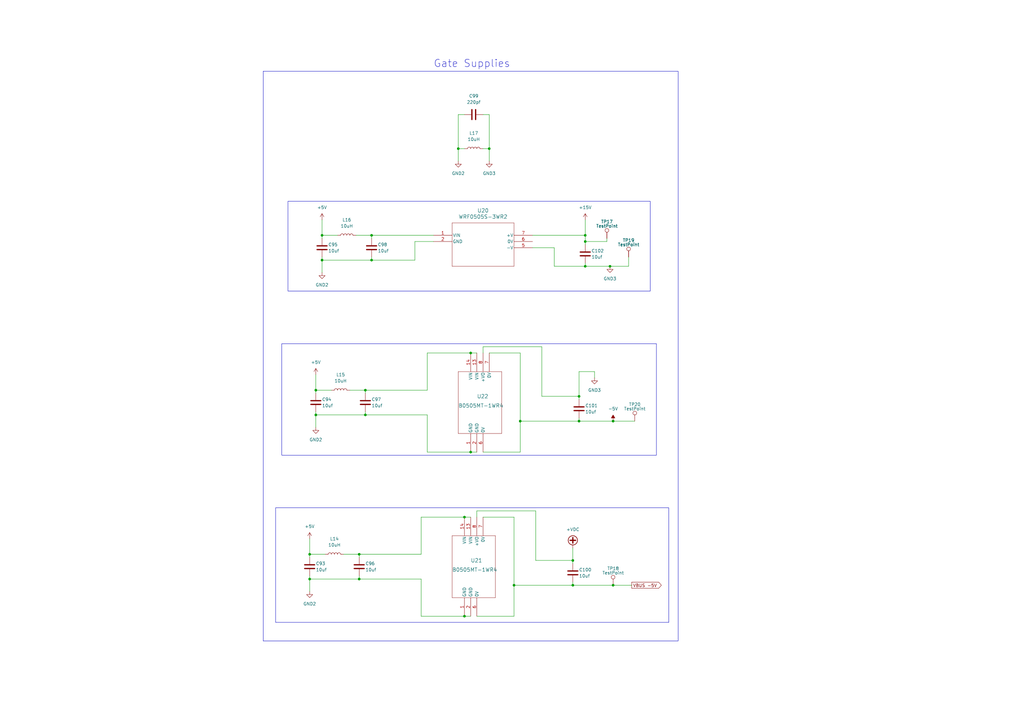
<source format=kicad_sch>
(kicad_sch (version 20231120) (generator "eeschema") (generator_version "8.0")
  (paper "A3")
  (lib_symbols
    (symbol "B0505MT:B0505MT-1WR4" (pin_names (offset 0.254))
      (property "Reference" "U" (at 20.32 10.16 0))
      (property "Value" "B0505MT-1WR4" (at 20.32 7.62 0))
      (symbol "B0505MT-1WR4_0_1"
        (polyline (pts (xy 7.62 -12.7) (xy 33.02 -12.7)) (stroke (width 0.127)))
        (polyline (pts (xy 7.62 5.08) (xy 7.62 -12.7)) (stroke (width 0.127)))
        (polyline (pts (xy 33.02 -12.7) (xy 33.02 5.08)) (stroke (width 0.127)))
        (polyline (pts (xy 33.02 5.08) (xy 7.62 5.08)) (stroke (width 0.127)))
        (pin power_out line (at 0 0 0) (length 7.62) (name "GND") (number "1"))
        (pin power_in line (at 40.64 -2.54 180) (length 7.62) (name "VIN") (number "13"))
        (pin power_in line (at 40.64 0 180) (length 7.62) (name "VIN") (number "14"))
        (pin power_out line (at 0 -2.54 0) (length 7.62) (name "GND") (number "2"))
        (pin bidirectional line (at 0 -5.08 0) (length 7.62) (name "0V") (number "6"))
        (pin bidirectional line (at 40.64 -7.62 180) (length 7.62) (name "0V") (number "7"))
        (pin power_in line (at 40.64 -5.08 180) (length 7.62) (name "+VO") (number "8"))
      )
    )
    (symbol "Connector:TestPoint" (pin_numbers hide) (pin_names (offset 0.762) hide)
      (property "Reference" "TP" (at 0 6.858 0))
      (property "Value" "TestPoint" (at 0 5.08 0))
      (symbol "TestPoint_0_1"
        (circle (center 0 3.302) (radius 0.762))
      )
      (symbol "TestPoint_1_1"
        (pin passive line (at 0 0 90) (length 2.54) (name "1") (number "1"))
      )
    )
    (symbol "Device:C" (pin_numbers hide) (pin_names (offset 0.254))
      (property "Reference" "C" (at 0.635 2.54 0))
      (property "Value" "C" (at 0.635 -2.54 0))
      (symbol "C_0_1"
        (polyline (pts (xy -2.032 -0.762) (xy 2.032 -0.762)) (stroke (width 0.508)))
        (polyline (pts (xy -2.032 0.762) (xy 2.032 0.762)) (stroke (width 0.508)))
      )
      (symbol "C_1_1"
        (pin passive line (at 0 3.81 270) (length 2.794) (name "~") (number "1"))
        (pin passive line (at 0 -3.81 90) (length 2.794) (name "~") (number "2"))
      )
    )
    (symbol "Device:L" (pin_numbers hide) (pin_names (offset 1.016) hide)
      (property "Reference" "L" (at -1.27 0 90))
      (property "Value" "L" (at 1.905 0 90))
      (symbol "L_0_1"
        (arc (start 0 -2.54) (mid 0.6323 -1.905) (end 0 -1.27))
        (arc (start 0 -1.27) (mid 0.6323 -0.635) (end 0 0))
        (arc (start 0 0) (mid 0.6323 0.635) (end 0 1.27))
        (arc (start 0 1.27) (mid 0.6323 1.905) (end 0 2.54))
      )
      (symbol "L_1_1"
        (pin passive line (at 0 3.81 270) (length 1.27) (name "1") (number "1"))
        (pin passive line (at 0 -3.81 90) (length 1.27) (name "2") (number "2"))
      )
    )
    (symbol "F0505S DC-DC:F0505S" (pin_names (offset 0.254))
      (property "Reference" "U7" (at 20.32 10.16 0))
      (property "Value" "WRF0505S-3WR2" (at 20.32 7.62 0))
      (symbol "F0505S_0_1"
        (polyline (pts (xy 7.62 -12.7) (xy 33.02 -12.7)) (stroke (width 0.127)))
        (polyline (pts (xy 7.62 5.08) (xy 7.62 -12.7)) (stroke (width 0.127)))
        (polyline (pts (xy 33.02 -12.7) (xy 33.02 5.08)) (stroke (width 0.127)))
        (polyline (pts (xy 33.02 5.08) (xy 7.62 5.08)) (stroke (width 0.127)))
      )
      (symbol "F0505S_1_1"
        (pin power_in line (at 0 0 0) (length 7.62) (name "VIN") (number "1"))
        (pin power_in line (at 0 -2.54 0) (length 7.62) (name "GND") (number "2"))
        (pin power_out line (at 40.64 -5.08 180) (length 7.62) (name "-V") (number "5"))
        (pin power_out line (at 40.64 -2.54 180) (length 7.62) (name "0V") (number "6"))
        (pin power_out line (at 40.64 0 180) (length 7.62) (name "+V") (number "7"))
      )
    )
    (symbol "power:+15V" (power) (pin_names (offset 0))
      (property "Value" "+15V" (at 0 3.556 0))
      (symbol "+15V_0_1"
        (polyline (pts (xy -0.762 1.27) (xy 0 2.54)))
        (polyline (pts (xy 0 0) (xy 0 2.54)))
        (polyline (pts (xy 0 2.54) (xy 0.762 1.27)))
      )
      (symbol "+15V_1_1"
        (pin power_in line (at 0 0 90) (length 0) hide (name "+15V") (number "1"))
      )
    )
    (symbol "power:+5V" (power) (pin_names (offset 0))
      (property "Value" "+5V" (at 0 3.556 0))
      (symbol "+5V_0_1"
        (polyline (pts (xy -0.762 1.27) (xy 0 2.54)))
        (polyline (pts (xy 0 0) (xy 0 2.54)))
        (polyline (pts (xy 0 2.54) (xy 0.762 1.27)))
      )
      (symbol "+5V_1_1"
        (pin power_in line (at 0 0 90) (length 0) hide (name "+5V") (number "1"))
      )
    )
    (symbol "power:+VDC" (power) (pin_names (offset 0))
      (property "Value" "+VDC" (at 0 6.35 0))
      (symbol "+VDC_0_1"
        (polyline (pts (xy -1.143 3.175) (xy 1.143 3.175)) (stroke (width 0.508)))
        (polyline (pts (xy 0 0) (xy 0 1.27)))
        (polyline (pts (xy 0 2.032) (xy 0 4.318)) (stroke (width 0.508)))
        (circle (center 0 3.175) (radius 1.905) (stroke (width 0.254)))
      )
      (symbol "+VDC_1_1"
        (pin power_in line (at 0 0 90) (length 0) hide (name "+VDC") (number "1"))
      )
    )
    (symbol "power:-5V" (power) (pin_names (offset 0))
      (property "Value" "-5V" (at 0 3.81 0))
      (symbol "-5V_0_0"
        (pin power_in line (at 0 0 90) (length 0) hide (name "-5V") (number "1"))
      )
      (symbol "-5V_0_1"
        (polyline (pts (xy 0 0) (xy 0 1.27) (xy 0.762 1.27) (xy 0 2.54) (xy -0.762 1.27) (xy 0 1.27)) (fill (type outline)))
      )
    )
    (symbol "power:GND2" (power) (pin_names (offset 0))
      (property "Value" "GND2" (at 0 -3.81 0))
      (symbol "GND2_0_1"
        (polyline (pts (xy 0 0) (xy 0 -1.27) (xy 1.27 -1.27) (xy 0 -2.54) (xy -1.27 -1.27) (xy 0 -1.27)))
      )
      (symbol "GND2_1_1"
        (pin power_in line (at 0 0 270) (length 0) hide (name "GND2") (number "1"))
      )
    )
    (symbol "power:GND3" (power) (pin_names (offset 0))
      (property "Value" "GND3" (at 0 -3.81 0))
      (symbol "GND3_0_1"
        (polyline (pts (xy 0 0) (xy 0 -1.27) (xy 1.27 -1.27) (xy 0 -2.54) (xy -1.27 -1.27) (xy 0 -1.27)))
      )
      (symbol "GND3_1_1"
        (pin power_in line (at 0 0 270) (length 0) hide (name "GND3") (number "1"))
      )
    )
  )
  (junction (at 152.4 106.68))
  (junction (at 149.86 170.18))
  (junction (at 129.54 170.18))
  (junction (at 187.96 60.96))
  (junction (at 193.04 144.78))
  (junction (at 190.5 252.73))
  (junction (at 132.08 96.52))
  (junction (at 240.03 109.22))
  (junction (at 152.4 96.52))
  (junction (at 237.49 172.72))
  (junction (at 132.08 106.68))
  (junction (at 240.03 96.52))
  (junction (at 250.19 109.22))
  (junction (at 251.46 172.72))
  (junction (at 127 227.33))
  (junction (at 210.82 240.03))
  (junction (at 251.46 240.03))
  (junction (at 240.03 99.06))
  (junction (at 190.5 212.09))
  (junction (at 234.95 240.03))
  (junction (at 147.32 237.49))
  (junction (at 129.54 160.02))
  (junction (at 193.04 185.42))
  (junction (at 200.66 60.96))
  (junction (at 237.49 162.56))
  (junction (at 234.95 229.87))
  (junction (at 213.36 172.72))
  (junction (at 149.86 160.02))
  (junction (at 127 237.49))
  (junction (at 147.32 227.33))
  (wire (pts (xy 227.33 109.22) (xy 240.03 109.22)))
  (wire (pts (xy 152.4 105.41) (xy 152.4 106.68)))
  (wire (pts (xy 129.54 160.02) (xy 129.54 153.67)))
  (wire (pts (xy 237.49 152.4) (xy 237.49 162.56)))
  (wire (pts (xy 143.51 160.02) (xy 149.86 160.02)))
  (wire (pts (xy 129.54 175.26) (xy 129.54 170.18)))
  (wire (pts (xy 193.04 144.78) (xy 195.58 144.78)))
  (wire (pts (xy 175.26 185.42) (xy 193.04 185.42)))
  (wire (pts (xy 234.95 238.76) (xy 234.95 240.03)))
  (wire (pts (xy 152.4 96.52) (xy 152.4 97.79)))
  (wire (pts (xy 195.58 252.73) (xy 210.82 252.73)))
  (wire (pts (xy 127 227.33) (xy 133.35 227.33)))
  (wire (pts (xy 257.81 105.41) (xy 257.81 109.22)))
  (wire (pts (xy 146.05 96.52) (xy 152.4 96.52)))
  (wire (pts (xy 219.71 209.55) (xy 195.58 209.55)))
  (wire (pts (xy 190.5 46.99) (xy 187.96 46.99)))
  (wire (pts (xy 190.5 252.73) (xy 193.04 252.73)))
  (wire (pts (xy 187.96 46.99) (xy 187.96 60.96)))
  (wire (pts (xy 222.25 162.56) (xy 222.25 142.24)))
  (wire (pts (xy 222.25 142.24) (xy 198.12 142.24)))
  (wire (pts (xy 152.4 96.52) (xy 177.8 96.52)))
  (wire (pts (xy 132.08 105.41) (xy 132.08 106.68)))
  (wire (pts (xy 132.08 96.52) (xy 138.43 96.52)))
  (wire (pts (xy 222.25 162.56) (xy 237.49 162.56)))
  (wire (pts (xy 127 236.22) (xy 127 237.49)))
  (wire (pts (xy 200.66 144.78) (xy 213.36 144.78)))
  (wire (pts (xy 213.36 144.78) (xy 213.36 172.72)))
  (wire (pts (xy 149.86 160.02) (xy 149.86 161.29)))
  (wire (pts (xy 218.44 96.52) (xy 240.03 96.52)))
  (wire (pts (xy 170.18 99.06) (xy 170.18 106.68)))
  (wire (pts (xy 147.32 236.22) (xy 147.32 237.49)))
  (wire (pts (xy 200.66 60.96) (xy 198.12 60.96)))
  (wire (pts (xy 237.49 172.72) (xy 251.46 172.72)))
  (wire (pts (xy 187.96 66.04) (xy 187.96 60.96)))
  (wire (pts (xy 129.54 160.02) (xy 129.54 161.29)))
  (wire (pts (xy 129.54 168.91) (xy 129.54 170.18)))
  (wire (pts (xy 127 227.33) (xy 127 228.6)))
  (wire (pts (xy 213.36 172.72) (xy 213.36 185.42)))
  (wire (pts (xy 218.44 101.6) (xy 227.33 101.6)))
  (wire (pts (xy 198.12 212.09) (xy 210.82 212.09)))
  (wire (pts (xy 240.03 99.06) (xy 240.03 100.33)))
  (wire (pts (xy 234.95 240.03) (xy 251.46 240.03)))
  (wire (pts (xy 200.66 66.04) (xy 200.66 60.96)))
  (wire (pts (xy 132.08 111.76) (xy 132.08 106.68)))
  (wire (pts (xy 251.46 240.03) (xy 259.08 240.03)))
  (wire (pts (xy 172.72 252.73) (xy 190.5 252.73)))
  (wire (pts (xy 127 237.49) (xy 147.32 237.49)))
  (wire (pts (xy 240.03 90.17) (xy 240.03 96.52)))
  (wire (pts (xy 149.86 170.18) (xy 175.26 170.18)))
  (wire (pts (xy 190.5 212.09) (xy 193.04 212.09)))
  (wire (pts (xy 234.95 224.79) (xy 234.95 229.87)))
  (wire (pts (xy 149.86 160.02) (xy 175.26 160.02)))
  (wire (pts (xy 198.12 185.42) (xy 213.36 185.42)))
  (wire (pts (xy 127 242.57) (xy 127 237.49)))
  (wire (pts (xy 210.82 240.03) (xy 234.95 240.03)))
  (wire (pts (xy 147.32 237.49) (xy 172.72 237.49)))
  (wire (pts (xy 219.71 229.87) (xy 219.71 209.55)))
  (wire (pts (xy 237.49 171.45) (xy 237.49 172.72)))
  (wire (pts (xy 127 227.33) (xy 127 220.98)))
  (wire (pts (xy 240.03 107.95) (xy 240.03 109.22)))
  (wire (pts (xy 243.84 152.4) (xy 237.49 152.4)))
  (wire (pts (xy 240.03 96.52) (xy 240.03 99.06)))
  (wire (pts (xy 132.08 96.52) (xy 132.08 97.79)))
  (wire (pts (xy 175.26 160.02) (xy 175.26 144.78)))
  (wire (pts (xy 172.72 227.33) (xy 172.72 212.09)))
  (wire (pts (xy 170.18 99.06) (xy 177.8 99.06)))
  (wire (pts (xy 149.86 168.91) (xy 149.86 170.18)))
  (wire (pts (xy 219.71 229.87) (xy 234.95 229.87)))
  (wire (pts (xy 198.12 142.24) (xy 198.12 144.78)))
  (wire (pts (xy 200.66 46.99) (xy 200.66 60.96)))
  (wire (pts (xy 175.26 170.18) (xy 175.26 185.42)))
  (wire (pts (xy 152.4 106.68) (xy 170.18 106.68)))
  (wire (pts (xy 147.32 227.33) (xy 147.32 228.6)))
  (wire (pts (xy 147.32 227.33) (xy 172.72 227.33)))
  (wire (pts (xy 213.36 172.72) (xy 237.49 172.72)))
  (wire (pts (xy 195.58 209.55) (xy 195.58 212.09)))
  (wire (pts (xy 175.26 144.78) (xy 193.04 144.78)))
  (wire (pts (xy 227.33 109.22) (xy 227.33 101.6)))
  (wire (pts (xy 132.08 106.68) (xy 152.4 106.68)))
  (wire (pts (xy 243.84 154.94) (xy 243.84 152.4)))
  (wire (pts (xy 132.08 96.52) (xy 132.08 90.17)))
  (wire (pts (xy 240.03 109.22) (xy 250.19 109.22)))
  (wire (pts (xy 140.97 227.33) (xy 147.32 227.33)))
  (wire (pts (xy 198.12 46.99) (xy 200.66 46.99)))
  (wire (pts (xy 172.72 237.49) (xy 172.72 252.73)))
  (wire (pts (xy 251.46 172.72) (xy 260.35 172.72)))
  (wire (pts (xy 193.04 185.42) (xy 195.58 185.42)))
  (wire (pts (xy 237.49 162.56) (xy 237.49 163.83)))
  (wire (pts (xy 257.81 109.22) (xy 250.19 109.22)))
  (wire (pts (xy 210.82 212.09) (xy 210.82 240.03)))
  (wire (pts (xy 210.82 240.03) (xy 210.82 252.73)))
  (wire (pts (xy 172.72 212.09) (xy 190.5 212.09)))
  (wire (pts (xy 129.54 170.18) (xy 149.86 170.18)))
  (wire (pts (xy 248.92 99.06) (xy 240.03 99.06)))
  (wire (pts (xy 187.96 60.96) (xy 190.5 60.96)))
  (wire (pts (xy 234.95 229.87) (xy 234.95 231.14)))
  (wire (pts (xy 248.92 97.79) (xy 248.92 99.06)))
  (wire (pts (xy 129.54 160.02) (xy 135.89 160.02)))
  (rectangle (start 118.11 82.55) (end 266.7 119.38))
  (rectangle (start 113.03 208.28) (end 274.32 255.27))
  (rectangle (start 115.57 140.97) (end 269.24 186.69))
  (rectangle (start 107.95 29.21) (end 278.13 262.89))
  (text "Gate Supplies" (at 177.8 27.94 0) (effects (font (size 3 3)) (justify left bottom)))
  (global_label "VBUS -5V" (shape output) (at 259.08 240.03 0) (property "Intersheetrefs" "${INTERSHEET_REFS}" (effects (hide yes))))
  (symbol (lib_id "Connector:TestPoint") (at 257.81 105.41 0) (unit 1)
    (property "Reference" "TP19" (at 257.81 98.552 0))
    (property "Value" "TestPoint" (at 257.81 100.33 0))
    (property "Footprint" "footprints:TestPoint_Pad_3.1x1.6mm" (effects (hide yes)))
  )
  (symbol (lib_id "power:GND2") (at 132.08 111.76 0) (unit 1)
    (property "Reference" "#PWR0112" (effects (hide yes)))
    (property "Value" "GND2" (at 132.08 116.84 0))
  )
  (symbol (lib_id "power:+VDC") (at 234.95 224.79 0) (unit 1)
    (property "Reference" "#PWR0115" (effects (hide yes)))
    (property "Value" "+VDC" (at 234.95 217.17 0))
  )
  (symbol (lib_id "power:GND3") (at 250.19 109.22 0) (unit 1)
    (property "Reference" "#PWR0118" (effects (hide yes)))
    (property "Value" "GND3" (at 250.19 114.3 0))
  )
  (symbol (lib_id "power:+15V") (at 240.03 90.17 0) (unit 1)
    (property "Reference" "#PWR0116" (effects (hide yes)))
    (property "Value" "+15V" (at 240.03 85.09 0))
  )
  (symbol (lib_id "Device:C") (at 240.03 104.14 0) (unit 1)
    (property "Reference" "C102" (at 242.57 102.87 0) (effects (justify left)))
    (property "Value" "10uf" (at 242.57 105.41 0) (effects (justify left)))
    (property "Footprint" "Capacitor_SMD:C_0805_2012Metric" (effects (hide yes)))
  )
  (symbol (lib_id "power:GND3") (at 200.66 66.04 0) (unit 1)
    (property "Reference" "#PWR0114" (effects (hide yes)))
    (property "Value" "GND3" (at 200.66 71.12 0))
  )
  (symbol (lib_id "Device:C") (at 237.49 167.64 0) (unit 1)
    (property "Reference" "C101" (at 240.03 166.37 0) (effects (justify left)))
    (property "Value" "10uf" (at 240.03 168.91 0) (effects (justify left)))
    (property "Footprint" "Capacitor_SMD:C_0805_2012Metric" (effects (hide yes)))
  )
  (symbol (lib_id "Connector:TestPoint") (at 251.46 240.03 0) (unit 1)
    (property "Reference" "TP18" (at 251.46 233.172 0))
    (property "Value" "TestPoint" (at 251.46 234.95 0))
    (property "Footprint" "footprints:TestPoint_Pad_3.1x1.6mm" (effects (hide yes)))
  )
  (symbol (lib_id "Device:C") (at 132.08 101.6 0) (unit 1)
    (property "Reference" "C95" (at 134.62 100.33 0) (effects (justify left)))
    (property "Value" "10uf" (at 134.62 102.87 0) (effects (justify left)))
    (property "Footprint" "Capacitor_SMD:C_0805_2012Metric" (effects (hide yes)))
  )
  (symbol (lib_id "Device:L") (at 139.7 160.02 90) (unit 1)
    (property "Reference" "L15" (at 139.7 153.67 90))
    (property "Value" "10uH" (at 139.7 156.21 90))
    (property "Footprint" "Inductor_SMD:L_1008_2520Metric" (effects (hide yes)))
  )
  (symbol (lib_id "Device:C") (at 234.95 234.95 0) (unit 1)
    (property "Reference" "C100" (at 237.49 233.68 0) (effects (justify left)))
    (property "Value" "10uf" (at 237.49 236.22 0) (effects (justify left)))
    (property "Footprint" "Capacitor_SMD:C_0805_2012Metric" (effects (hide yes)))
  )
  (symbol (lib_id "power:GND3") (at 243.84 154.94 0) (unit 1)
    (property "Reference" "#PWR0117" (effects (hide yes)))
    (property "Value" "GND3" (at 243.84 160.02 0))
  )
  (symbol (lib_id "power:GND2") (at 127 242.57 0) (unit 1)
    (property "Reference" "#PWR0108" (effects (hide yes)))
    (property "Value" "GND2" (at 127 247.65 0))
  )
  (symbol (lib_id "Connector:TestPoint") (at 260.35 172.72 0) (unit 1)
    (property "Reference" "TP20" (at 260.35 165.862 0))
    (property "Value" "TestPoint" (at 260.35 167.64 0))
    (property "Footprint" "footprints:TestPoint_Pad_3.1x1.6mm" (effects (hide yes)))
  )
  (symbol (lib_id "power:+5V") (at 127 220.98 0) (unit 1)
    (property "Reference" "#PWR0107" (effects (hide yes)))
    (property "Value" "+5V" (at 127 215.9 0))
  )
  (symbol (lib_id "Device:C") (at 194.31 46.99 270) (unit 1)
    (property "Reference" "C99" (at 194.31 39.37 90))
    (property "Value" "220pf" (at 194.31 41.91 90))
    (property "Footprint" "Capacitor_SMD:C_0603_1608Metric" (effects (hide yes)))
  )
  (symbol (lib_id "Device:L") (at 194.31 60.96 90) (unit 1)
    (property "Reference" "L17" (at 194.31 54.61 90))
    (property "Value" "10uH" (at 194.31 57.15 90))
    (property "Footprint" "Inductor_SMD:L_1008_2520Metric" (effects (hide yes)))
  )
  (symbol (lib_id "power:-5V") (at 251.46 172.72 0) (unit 1)
    (property "Reference" "#PWR0119" (effects (hide yes)))
    (property "Value" "-5V" (at 251.46 167.64 0))
  )
  (symbol (lib_id "power:GND2") (at 187.96 66.04 0) (unit 1)
    (property "Reference" "#PWR0113" (effects (hide yes)))
    (property "Value" "GND2" (at 187.96 71.12 0))
  )
  (symbol (lib_id "F0505S DC-DC:F0505S") (at 177.8 96.52 0) (unit 1)
    (property "Reference" "U20" (at 198.12 86.36 0) (effects (font (size 1.524 1.524))))
    (property "Value" "WRF0505S-3WR2" (at 198.12 88.9 0) (effects (font (size 1.524 1.524))))
    (property "Footprint" "footprints:B0515" (effects (hide yes)))
    (property "Datasheet" "WRF0505S-3WR2" (effects (hide yes)))
  )
  (symbol (lib_id "B0505MT:B0505MT-1WR4") (at 190.5 252.73 90) (unit 1)
    (property "Reference" "U21" (at 193.04 229.87 90) (effects (font (size 1.524 1.524)) (justify right)))
    (property "Value" "B0505MT-1WR4" (at 185.42 233.68 90) (effects (font (size 1.524 1.524)) (justify right)))
    (property "Footprint" "footprints:B05xxMT-1WR4_MNS" (effects (hide yes)))
    (property "Datasheet" "B0505MT-1WR4" (effects (hide yes)))
  )
  (symbol (lib_id "Device:L") (at 142.24 96.52 90) (unit 1)
    (property "Reference" "L16" (at 142.24 90.17 90))
    (property "Value" "10uH" (at 142.24 92.71 90))
    (property "Footprint" "Inductor_SMD:L_1008_2520Metric" (effects (hide yes)))
  )
  (symbol (lib_id "power:+5V") (at 132.08 90.17 0) (unit 1)
    (property "Reference" "#PWR0111" (effects (hide yes)))
    (property "Value" "+5V" (at 132.08 85.09 0))
  )
  (symbol (lib_id "Device:C") (at 149.86 165.1 0) (unit 1)
    (property "Reference" "C97" (at 152.4 163.83 0) (effects (justify left)))
    (property "Value" "10uf" (at 152.4 166.37 0) (effects (justify left)))
    (property "Footprint" "Capacitor_SMD:C_0805_2012Metric" (effects (hide yes)))
  )
  (symbol (lib_id "Device:C") (at 147.32 232.41 0) (unit 1)
    (property "Reference" "C96" (at 149.86 231.14 0) (effects (justify left)))
    (property "Value" "10uf" (at 149.86 233.68 0) (effects (justify left)))
    (property "Footprint" "Capacitor_SMD:C_0805_2012Metric" (effects (hide yes)))
  )
  (symbol (lib_id "Device:C") (at 127 232.41 0) (unit 1)
    (property "Reference" "C93" (at 129.54 231.14 0) (effects (justify left)))
    (property "Value" "10uf" (at 129.54 233.68 0) (effects (justify left)))
    (property "Footprint" "Capacitor_SMD:C_0805_2012Metric" (effects (hide yes)))
  )
  (symbol (lib_id "Device:C") (at 129.54 165.1 0) (unit 1)
    (property "Reference" "C94" (at 132.08 163.83 0) (effects (justify left)))
    (property "Value" "10uf" (at 132.08 166.37 0) (effects (justify left)))
    (property "Footprint" "Capacitor_SMD:C_0805_2012Metric" (effects (hide yes)))
  )
  (symbol (lib_id "Device:L") (at 137.16 227.33 90) (unit 1)
    (property "Reference" "L14" (at 137.16 220.98 90))
    (property "Value" "10uH" (at 137.16 223.52 90))
    (property "Footprint" "Inductor_SMD:L_1008_2520Metric" (effects (hide yes)))
  )
  (symbol (lib_id "B0505MT:B0505MT-1WR4") (at 193.04 185.42 90) (unit 1)
    (property "Reference" "U22" (at 195.58 162.56 90) (effects (font (size 1.524 1.524)) (justify right)))
    (property "Value" "B0505MT-1WR4" (at 187.96 166.37 90) (effects (font (size 1.524 1.524)) (justify right)))
    (property "Footprint" "footprints:B05xxMT-1WR4_MNS" (effects (hide yes)))
    (property "Datasheet" "B0505MT-1WR4" (effects (hide yes)))
  )
  (symbol (lib_id "Connector:TestPoint") (at 248.92 97.79 0) (unit 1)
    (property "Reference" "TP17" (at 248.92 90.932 0))
    (property "Value" "TestPoint" (at 248.92 92.71 0))
    (property "Footprint" "footprints:TestPoint_Pad_3.1x1.6mm" (effects (hide yes)))
  )
  (symbol (lib_id "power:GND2") (at 129.54 175.26 0) (unit 1)
    (property "Reference" "#PWR0110" (effects (hide yes)))
    (property "Value" "GND2" (at 129.54 180.34 0))
  )
  (symbol (lib_id "Device:C") (at 152.4 101.6 0) (unit 1)
    (property "Reference" "C98" (at 154.94 100.33 0) (effects (justify left)))
    (property "Value" "10uf" (at 154.94 102.87 0) (effects (justify left)))
    (property "Footprint" "Capacitor_SMD:C_0805_2012Metric" (effects (hide yes)))
  )
  (symbol (lib_id "power:+5V") (at 129.54 153.67 0) (unit 1)
    (property "Reference" "#PWR0109" (effects (hide yes)))
    (property "Value" "+5V" (at 129.54 148.59 0))
  )
)
</source>
